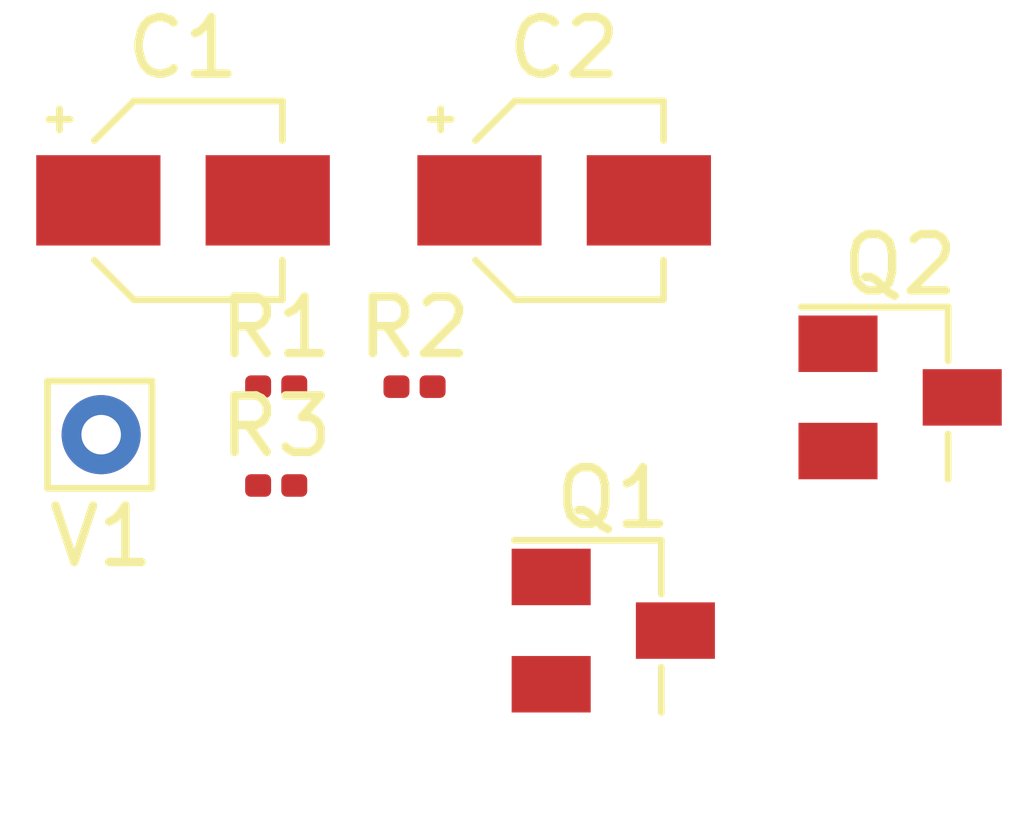
<source format=kicad_pcb>
(kicad_pcb (version 20171130) (host pcbnew "(5.1.10)-1")

  (general
    (thickness 1.6)
    (drawings 0)
    (tracks 0)
    (zones 0)
    (modules 8)
    (nets 8)
  )

  (page A4)
  (layers
    (0 F.Cu signal)
    (31 B.Cu signal)
    (32 B.Adhes user)
    (33 F.Adhes user)
    (34 B.Paste user)
    (35 F.Paste user)
    (36 B.SilkS user)
    (37 F.SilkS user)
    (38 B.Mask user)
    (39 F.Mask user)
    (40 Dwgs.User user)
    (41 Cmts.User user)
    (42 Eco1.User user)
    (43 Eco2.User user)
    (44 Edge.Cuts user)
    (45 Margin user)
    (46 B.CrtYd user)
    (47 F.CrtYd user)
    (48 B.Fab user)
    (49 F.Fab user)
  )

  (setup
    (last_trace_width 0.25)
    (trace_clearance 0.2)
    (zone_clearance 0.508)
    (zone_45_only no)
    (trace_min 0.2)
    (via_size 0.8)
    (via_drill 0.4)
    (via_min_size 0.4)
    (via_min_drill 0.3)
    (uvia_size 0.3)
    (uvia_drill 0.1)
    (uvias_allowed no)
    (uvia_min_size 0.2)
    (uvia_min_drill 0.1)
    (edge_width 0.05)
    (segment_width 0.2)
    (pcb_text_width 0.3)
    (pcb_text_size 1.5 1.5)
    (mod_edge_width 0.12)
    (mod_text_size 1 1)
    (mod_text_width 0.15)
    (pad_size 1.524 1.524)
    (pad_drill 0.762)
    (pad_to_mask_clearance 0)
    (aux_axis_origin 0 0)
    (visible_elements FFFFFF7F)
    (pcbplotparams
      (layerselection 0x010fc_ffffffff)
      (usegerberextensions false)
      (usegerberattributes true)
      (usegerberadvancedattributes true)
      (creategerberjobfile true)
      (excludeedgelayer true)
      (linewidth 0.100000)
      (plotframeref false)
      (viasonmask false)
      (mode 1)
      (useauxorigin false)
      (hpglpennumber 1)
      (hpglpenspeed 20)
      (hpglpendiameter 15.000000)
      (psnegative false)
      (psa4output false)
      (plotreference true)
      (plotvalue true)
      (plotinvisibletext false)
      (padsonsilk false)
      (subtractmaskfromsilk false)
      (outputformat 1)
      (mirror false)
      (drillshape 1)
      (scaleselection 1)
      (outputdirectory ""))
  )

  (net 0 "")
  (net 1 "Net-(C1-Pad2)")
  (net 2 "Net-(C1-Pad1)")
  (net 3 "Net-(C2-Pad2)")
  (net 4 "Net-(C2-Pad1)")
  (net 5 VCC)
  (net 6 VEE)
  (net 7 GND)

  (net_class Default "This is the default net class."
    (clearance 0.2)
    (trace_width 0.25)
    (via_dia 0.8)
    (via_drill 0.4)
    (uvia_dia 0.3)
    (uvia_drill 0.1)
    (add_net GND)
    (add_net "Net-(C1-Pad1)")
    (add_net "Net-(C1-Pad2)")
    (add_net "Net-(C2-Pad1)")
    (add_net "Net-(C2-Pad2)")
    (add_net VCC)
    (add_net VEE)
  )

  (module Package_TO_SOT_SMD:SuperSOT-3 (layer F.Cu) (tedit 5A02FF57) (tstamp 609AB5F4)
    (at 279.4 127.95)
    (descr "3-pin SuperSOT package https://www.fairchildsemi.com/package-drawings/MA/MA03B.pdf")
    (tags "SuperSOT-3 SSOT-3")
    (path /609AAFC8)
    (attr smd)
    (fp_text reference Q2 (at 0 -2.35) (layer F.SilkS)
      (effects (font (size 1 1) (thickness 0.15)))
    )
    (fp_text value QNPN (at 0 2.4) (layer F.Fab)
      (effects (font (size 1 1) (thickness 0.15)))
    )
    (fp_text user %R (at -2.37 0 90) (layer F.Fab)
      (effects (font (size 0.5 0.5) (thickness 0.075)))
    )
    (fp_line (start 0.85 0.65) (end 0.85 1.45) (layer F.SilkS) (width 0.12))
    (fp_line (start -1.75 -1.6) (end 0.85 -1.6) (layer F.SilkS) (width 0.12))
    (fp_line (start 0.85 -1.6) (end 0.85 -0.65) (layer F.SilkS) (width 0.12))
    (fp_line (start 0.7 -1.45) (end 0.7 1.45) (layer F.Fab) (width 0.12))
    (fp_line (start 0.7 1.45) (end -0.7 1.45) (layer F.Fab) (width 0.12))
    (fp_line (start -0.7 1.45) (end -0.7 -0.9) (layer F.Fab) (width 0.12))
    (fp_line (start -0.7 -0.9) (end -0.15 -1.45) (layer F.Fab) (width 0.12))
    (fp_line (start -0.15 -1.45) (end 0.7 -1.45) (layer F.Fab) (width 0.12))
    (fp_line (start -2.05 -1.7) (end 2.05 -1.7) (layer F.CrtYd) (width 0.05))
    (fp_line (start -2.05 -1.7) (end -2.05 1.7) (layer F.CrtYd) (width 0.05))
    (fp_line (start 2.05 1.7) (end 2.05 -1.7) (layer F.CrtYd) (width 0.05))
    (fp_line (start 2.05 1.7) (end -2.05 1.7) (layer F.CrtYd) (width 0.05))
    (pad 3 smd rect (at 1.1 0) (size 1.4 1) (layers F.Cu F.Paste F.Mask)
      (net 3 "Net-(C2-Pad2)"))
    (pad 2 smd rect (at -1.1 0.95) (size 1.4 1) (layers F.Cu F.Paste F.Mask)
      (net 2 "Net-(C1-Pad1)"))
    (pad 1 smd rect (at -1.1 -0.95) (size 1.4 1) (layers F.Cu F.Paste F.Mask)
      (net 5 VCC))
    (model ${KISYS3DMOD}/Package_TO_SOT_SMD.3dshapes/SuperSOT-3.wrl
      (at (xyz 0 0 0))
      (scale (xyz 1 1 1))
      (rotate (xyz 0 0 0))
    )
  )

  (module Package_TO_SOT_SMD:SuperSOT-3 (layer F.Cu) (tedit 5A02FF57) (tstamp 609AB5E0)
    (at 274.32 132.08)
    (descr "3-pin SuperSOT package https://www.fairchildsemi.com/package-drawings/MA/MA03B.pdf")
    (tags "SuperSOT-3 SSOT-3")
    (path /609BA3E9)
    (attr smd)
    (fp_text reference Q1 (at 0 -2.35) (layer F.SilkS)
      (effects (font (size 1 1) (thickness 0.15)))
    )
    (fp_text value QNPN (at 0 2.4) (layer F.Fab)
      (effects (font (size 1 1) (thickness 0.15)))
    )
    (fp_text user %R (at 0 0 90) (layer F.Fab)
      (effects (font (size 0.5 0.5) (thickness 0.075)))
    )
    (fp_line (start 0.85 0.65) (end 0.85 1.45) (layer F.SilkS) (width 0.12))
    (fp_line (start -1.75 -1.6) (end 0.85 -1.6) (layer F.SilkS) (width 0.12))
    (fp_line (start 0.85 -1.6) (end 0.85 -0.65) (layer F.SilkS) (width 0.12))
    (fp_line (start 0.7 -1.45) (end 0.7 1.45) (layer F.Fab) (width 0.12))
    (fp_line (start 0.7 1.45) (end -0.7 1.45) (layer F.Fab) (width 0.12))
    (fp_line (start -0.7 1.45) (end -0.7 -0.9) (layer F.Fab) (width 0.12))
    (fp_line (start -0.7 -0.9) (end -0.15 -1.45) (layer F.Fab) (width 0.12))
    (fp_line (start -0.15 -1.45) (end 0.7 -1.45) (layer F.Fab) (width 0.12))
    (fp_line (start -2.05 -1.7) (end 2.05 -1.7) (layer F.CrtYd) (width 0.05))
    (fp_line (start -2.05 -1.7) (end -2.05 1.7) (layer F.CrtYd) (width 0.05))
    (fp_line (start 2.05 1.7) (end 2.05 -1.7) (layer F.CrtYd) (width 0.05))
    (fp_line (start 2.05 1.7) (end -2.05 1.7) (layer F.CrtYd) (width 0.05))
    (pad 3 smd rect (at 1.1 0) (size 1.4 1) (layers F.Cu F.Paste F.Mask)
      (net 4 "Net-(C2-Pad1)"))
    (pad 2 smd rect (at -1.1 0.95) (size 1.4 1) (layers F.Cu F.Paste F.Mask)
      (net 7 GND))
    (pad 1 smd rect (at -1.1 -0.95) (size 1.4 1) (layers F.Cu F.Paste F.Mask)
      (net 2 "Net-(C1-Pad1)"))
    (model ${KISYS3DMOD}/Package_TO_SOT_SMD.3dshapes/SuperSOT-3.wrl
      (at (xyz 0 0 0))
      (scale (xyz 1 1 1))
      (rotate (xyz 0 0 0))
    )
  )

  (module Connector_Pin:Pin_D0.7mm_L6.5mm_W1.8mm_FlatFork (layer F.Cu) (tedit 5A1DC084) (tstamp 609AAE1E)
    (at 265.25 128.61)
    (descr "solder Pin_ with flat fork, hole diameter 0.7mm, length 6.5mm, width 1.8mm")
    (tags "solder Pin_ with flat fork")
    (path /6099EA4C)
    (fp_text reference V1 (at 0 1.8) (layer F.SilkS)
      (effects (font (size 1 1) (thickness 0.15)))
    )
    (fp_text value VSIN (at 0 -1.8) (layer F.Fab)
      (effects (font (size 1 1) (thickness 0.15)))
    )
    (fp_text user %R (at 0 1.8) (layer F.Fab)
      (effects (font (size 1 1) (thickness 0.15)))
    )
    (fp_line (start -0.95 -0.95) (end -0.95 0.95) (layer F.SilkS) (width 0.12))
    (fp_line (start -0.95 0.95) (end 0.9 0.95) (layer F.SilkS) (width 0.12))
    (fp_line (start 0.9 0.95) (end 0.9 -0.9) (layer F.SilkS) (width 0.12))
    (fp_line (start 0.9 -0.9) (end 0.9 -0.95) (layer F.SilkS) (width 0.12))
    (fp_line (start 0.9 -0.95) (end -0.95 -0.95) (layer F.SilkS) (width 0.12))
    (fp_line (start -0.9 -0.25) (end 0.85 -0.25) (layer F.Fab) (width 0.12))
    (fp_line (start 0.85 -0.25) (end 0.85 0.25) (layer F.Fab) (width 0.12))
    (fp_line (start 0.85 0.25) (end -0.9 0.25) (layer F.Fab) (width 0.12))
    (fp_line (start -0.9 0.25) (end -0.9 -0.25) (layer F.Fab) (width 0.12))
    (fp_line (start -1.4 -1.2) (end 1.35 -1.2) (layer F.CrtYd) (width 0.05))
    (fp_line (start -1.4 -1.2) (end -1.4 1.2) (layer F.CrtYd) (width 0.05))
    (fp_line (start 1.35 1.2) (end 1.35 -1.2) (layer F.CrtYd) (width 0.05))
    (fp_line (start 1.35 1.2) (end -1.4 1.2) (layer F.CrtYd) (width 0.05))
    (pad 1 thru_hole circle (at 0 0) (size 1.4 1.4) (drill 0.7) (layers *.Cu *.Mask)
      (net 1 "Net-(C1-Pad2)"))
    (model ${KISYS3DMOD}/Connector_Pin.3dshapes/Pin_D0.7mm_L6.5mm_W1.8mm_FlatFork.wrl
      (at (xyz 0 0 0))
      (scale (xyz 1 1 1))
      (rotate (xyz 0 0 0))
    )
  )

  (module Resistor_SMD:R_0201_0603Metric (layer F.Cu) (tedit 5F68FEEE) (tstamp 609AAE0B)
    (at 268.35 129.51)
    (descr "Resistor SMD 0201 (0603 Metric), square (rectangular) end terminal, IPC_7351 nominal, (Body size source: https://www.vishay.com/docs/20052/crcw0201e3.pdf), generated with kicad-footprint-generator")
    (tags resistor)
    (path /609A6AD4)
    (attr smd)
    (fp_text reference R3 (at 0 -1.05) (layer F.SilkS)
      (effects (font (size 1 1) (thickness 0.15)))
    )
    (fp_text value 1.2k (at 0 1.05) (layer F.Fab)
      (effects (font (size 1 1) (thickness 0.15)))
    )
    (fp_text user %R (at 0 -0.68) (layer F.Fab)
      (effects (font (size 0.25 0.25) (thickness 0.04)))
    )
    (fp_line (start -0.3 0.15) (end -0.3 -0.15) (layer F.Fab) (width 0.1))
    (fp_line (start -0.3 -0.15) (end 0.3 -0.15) (layer F.Fab) (width 0.1))
    (fp_line (start 0.3 -0.15) (end 0.3 0.15) (layer F.Fab) (width 0.1))
    (fp_line (start 0.3 0.15) (end -0.3 0.15) (layer F.Fab) (width 0.1))
    (fp_line (start -0.7 0.35) (end -0.7 -0.35) (layer F.CrtYd) (width 0.05))
    (fp_line (start -0.7 -0.35) (end 0.7 -0.35) (layer F.CrtYd) (width 0.05))
    (fp_line (start 0.7 -0.35) (end 0.7 0.35) (layer F.CrtYd) (width 0.05))
    (fp_line (start 0.7 0.35) (end -0.7 0.35) (layer F.CrtYd) (width 0.05))
    (pad 2 smd roundrect (at 0.32 0) (size 0.46 0.4) (layers F.Cu F.Mask) (roundrect_rratio 0.25)
      (net 6 VEE))
    (pad 1 smd roundrect (at -0.32 0) (size 0.46 0.4) (layers F.Cu F.Mask) (roundrect_rratio 0.25)
      (net 3 "Net-(C2-Pad2)"))
    (pad "" smd roundrect (at 0.345 0) (size 0.318 0.36) (layers F.Paste) (roundrect_rratio 0.25))
    (pad "" smd roundrect (at -0.345 0) (size 0.318 0.36) (layers F.Paste) (roundrect_rratio 0.25))
    (model ${KISYS3DMOD}/Resistor_SMD.3dshapes/R_0201_0603Metric.wrl
      (at (xyz 0 0 0))
      (scale (xyz 1 1 1))
      (rotate (xyz 0 0 0))
    )
  )

  (module Resistor_SMD:R_0201_0603Metric (layer F.Cu) (tedit 5F68FEEE) (tstamp 609AADFA)
    (at 270.8 127.76)
    (descr "Resistor SMD 0201 (0603 Metric), square (rectangular) end terminal, IPC_7351 nominal, (Body size source: https://www.vishay.com/docs/20052/crcw0201e3.pdf), generated with kicad-footprint-generator")
    (tags resistor)
    (path /609A6516)
    (attr smd)
    (fp_text reference R2 (at 0 -1.05) (layer F.SilkS)
      (effects (font (size 1 1) (thickness 0.15)))
    )
    (fp_text value 1k (at 0 1.05) (layer F.Fab)
      (effects (font (size 1 1) (thickness 0.15)))
    )
    (fp_text user %R (at 0 -0.68) (layer F.Fab)
      (effects (font (size 0.25 0.25) (thickness 0.04)))
    )
    (fp_line (start -0.3 0.15) (end -0.3 -0.15) (layer F.Fab) (width 0.1))
    (fp_line (start -0.3 -0.15) (end 0.3 -0.15) (layer F.Fab) (width 0.1))
    (fp_line (start 0.3 -0.15) (end 0.3 0.15) (layer F.Fab) (width 0.1))
    (fp_line (start 0.3 0.15) (end -0.3 0.15) (layer F.Fab) (width 0.1))
    (fp_line (start -0.7 0.35) (end -0.7 -0.35) (layer F.CrtYd) (width 0.05))
    (fp_line (start -0.7 -0.35) (end 0.7 -0.35) (layer F.CrtYd) (width 0.05))
    (fp_line (start 0.7 -0.35) (end 0.7 0.35) (layer F.CrtYd) (width 0.05))
    (fp_line (start 0.7 0.35) (end -0.7 0.35) (layer F.CrtYd) (width 0.05))
    (pad 2 smd roundrect (at 0.32 0) (size 0.46 0.4) (layers F.Cu F.Mask) (roundrect_rratio 0.25)
      (net 6 VEE))
    (pad 1 smd roundrect (at -0.32 0) (size 0.46 0.4) (layers F.Cu F.Mask) (roundrect_rratio 0.25)
      (net 4 "Net-(C2-Pad1)"))
    (pad "" smd roundrect (at 0.345 0) (size 0.318 0.36) (layers F.Paste) (roundrect_rratio 0.25))
    (pad "" smd roundrect (at -0.345 0) (size 0.318 0.36) (layers F.Paste) (roundrect_rratio 0.25))
    (model ${KISYS3DMOD}/Resistor_SMD.3dshapes/R_0201_0603Metric.wrl
      (at (xyz 0 0 0))
      (scale (xyz 1 1 1))
      (rotate (xyz 0 0 0))
    )
  )

  (module Resistor_SMD:R_0201_0603Metric (layer F.Cu) (tedit 5F68FEEE) (tstamp 609AADE9)
    (at 268.35 127.76)
    (descr "Resistor SMD 0201 (0603 Metric), square (rectangular) end terminal, IPC_7351 nominal, (Body size source: https://www.vishay.com/docs/20052/crcw0201e3.pdf), generated with kicad-footprint-generator")
    (tags resistor)
    (path /6099DC71)
    (attr smd)
    (fp_text reference R1 (at 0 -1.05) (layer F.SilkS)
      (effects (font (size 1 1) (thickness 0.15)))
    )
    (fp_text value 500 (at 0 1.05) (layer F.Fab)
      (effects (font (size 1 1) (thickness 0.15)))
    )
    (fp_text user %R (at 0 -0.68) (layer F.Fab)
      (effects (font (size 0.25 0.25) (thickness 0.04)))
    )
    (fp_line (start -0.3 0.15) (end -0.3 -0.15) (layer F.Fab) (width 0.1))
    (fp_line (start -0.3 -0.15) (end 0.3 -0.15) (layer F.Fab) (width 0.1))
    (fp_line (start 0.3 -0.15) (end 0.3 0.15) (layer F.Fab) (width 0.1))
    (fp_line (start 0.3 0.15) (end -0.3 0.15) (layer F.Fab) (width 0.1))
    (fp_line (start -0.7 0.35) (end -0.7 -0.35) (layer F.CrtYd) (width 0.05))
    (fp_line (start -0.7 -0.35) (end 0.7 -0.35) (layer F.CrtYd) (width 0.05))
    (fp_line (start 0.7 -0.35) (end 0.7 0.35) (layer F.CrtYd) (width 0.05))
    (fp_line (start 0.7 0.35) (end -0.7 0.35) (layer F.CrtYd) (width 0.05))
    (pad 2 smd roundrect (at 0.32 0) (size 0.46 0.4) (layers F.Cu F.Mask) (roundrect_rratio 0.25)
      (net 2 "Net-(C1-Pad1)"))
    (pad 1 smd roundrect (at -0.32 0) (size 0.46 0.4) (layers F.Cu F.Mask) (roundrect_rratio 0.25)
      (net 5 VCC))
    (pad "" smd roundrect (at 0.345 0) (size 0.318 0.36) (layers F.Paste) (roundrect_rratio 0.25))
    (pad "" smd roundrect (at -0.345 0) (size 0.318 0.36) (layers F.Paste) (roundrect_rratio 0.25))
    (model ${KISYS3DMOD}/Resistor_SMD.3dshapes/R_0201_0603Metric.wrl
      (at (xyz 0 0 0))
      (scale (xyz 1 1 1))
      (rotate (xyz 0 0 0))
    )
  )

  (module Capacitor_SMD:CP_Elec_3x5.3 (layer F.Cu) (tedit 5B303299) (tstamp 609AADD8)
    (at 273.45 124.46)
    (descr "SMT capacitor, aluminium electrolytic, 3x5.3, Cornell Dubilier Electronics ")
    (tags "Capacitor Electrolytic")
    (path /609BBFC2)
    (attr smd)
    (fp_text reference C2 (at 0 -2.7) (layer F.SilkS)
      (effects (font (size 1 1) (thickness 0.15)))
    )
    (fp_text value 3nF (at 0 2.7) (layer F.Fab)
      (effects (font (size 1 1) (thickness 0.15)))
    )
    (fp_text user %R (at 0 0) (layer F.Fab)
      (effects (font (size 0.6 0.6) (thickness 0.09)))
    )
    (fp_circle (center 0 0) (end 1.5 0) (layer F.Fab) (width 0.1))
    (fp_line (start 1.65 -1.65) (end 1.65 1.65) (layer F.Fab) (width 0.1))
    (fp_line (start -0.825 -1.65) (end 1.65 -1.65) (layer F.Fab) (width 0.1))
    (fp_line (start -0.825 1.65) (end 1.65 1.65) (layer F.Fab) (width 0.1))
    (fp_line (start -1.65 -0.825) (end -1.65 0.825) (layer F.Fab) (width 0.1))
    (fp_line (start -1.65 -0.825) (end -0.825 -1.65) (layer F.Fab) (width 0.1))
    (fp_line (start -1.65 0.825) (end -0.825 1.65) (layer F.Fab) (width 0.1))
    (fp_line (start -1.110469 -0.8) (end -0.810469 -0.8) (layer F.Fab) (width 0.1))
    (fp_line (start -0.960469 -0.95) (end -0.960469 -0.65) (layer F.Fab) (width 0.1))
    (fp_line (start 1.76 1.76) (end 1.76 1.06) (layer F.SilkS) (width 0.12))
    (fp_line (start 1.76 -1.76) (end 1.76 -1.06) (layer F.SilkS) (width 0.12))
    (fp_line (start -0.870563 -1.76) (end 1.76 -1.76) (layer F.SilkS) (width 0.12))
    (fp_line (start -0.870563 1.76) (end 1.76 1.76) (layer F.SilkS) (width 0.12))
    (fp_line (start -1.570563 -1.06) (end -0.870563 -1.76) (layer F.SilkS) (width 0.12))
    (fp_line (start -1.570563 1.06) (end -0.870563 1.76) (layer F.SilkS) (width 0.12))
    (fp_line (start -2.375 -1.435) (end -2 -1.435) (layer F.SilkS) (width 0.12))
    (fp_line (start -2.1875 -1.6225) (end -2.1875 -1.2475) (layer F.SilkS) (width 0.12))
    (fp_line (start 1.9 -1.9) (end 1.9 -1.05) (layer F.CrtYd) (width 0.05))
    (fp_line (start 1.9 -1.05) (end 2.85 -1.05) (layer F.CrtYd) (width 0.05))
    (fp_line (start 2.85 -1.05) (end 2.85 1.05) (layer F.CrtYd) (width 0.05))
    (fp_line (start 2.85 1.05) (end 1.9 1.05) (layer F.CrtYd) (width 0.05))
    (fp_line (start 1.9 1.05) (end 1.9 1.9) (layer F.CrtYd) (width 0.05))
    (fp_line (start -0.93 1.9) (end 1.9 1.9) (layer F.CrtYd) (width 0.05))
    (fp_line (start -0.93 -1.9) (end 1.9 -1.9) (layer F.CrtYd) (width 0.05))
    (fp_line (start -1.78 1.05) (end -0.93 1.9) (layer F.CrtYd) (width 0.05))
    (fp_line (start -1.78 -1.05) (end -0.93 -1.9) (layer F.CrtYd) (width 0.05))
    (fp_line (start -1.78 -1.05) (end -2.85 -1.05) (layer F.CrtYd) (width 0.05))
    (fp_line (start -2.85 -1.05) (end -2.85 1.05) (layer F.CrtYd) (width 0.05))
    (fp_line (start -2.85 1.05) (end -1.78 1.05) (layer F.CrtYd) (width 0.05))
    (pad 2 smd rect (at 1.5 0) (size 2.2 1.6) (layers F.Cu F.Paste F.Mask)
      (net 3 "Net-(C2-Pad2)"))
    (pad 1 smd rect (at -1.5 0) (size 2.2 1.6) (layers F.Cu F.Paste F.Mask)
      (net 4 "Net-(C2-Pad1)"))
    (model ${KISYS3DMOD}/Capacitor_SMD.3dshapes/CP_Elec_3x5.3.wrl
      (at (xyz 0 0 0))
      (scale (xyz 1 1 1))
      (rotate (xyz 0 0 0))
    )
  )

  (module Capacitor_SMD:CP_Elec_3x5.3 (layer F.Cu) (tedit 5B303299) (tstamp 609AADB4)
    (at 266.7 124.46)
    (descr "SMT capacitor, aluminium electrolytic, 3x5.3, Cornell Dubilier Electronics ")
    (tags "Capacitor Electrolytic")
    (path /609CAE0A)
    (attr smd)
    (fp_text reference C1 (at 0 -2.7) (layer F.SilkS)
      (effects (font (size 1 1) (thickness 0.15)))
    )
    (fp_text value 1nF (at 0 2.7) (layer F.Fab)
      (effects (font (size 1 1) (thickness 0.15)))
    )
    (fp_text user %R (at 0 0) (layer F.Fab)
      (effects (font (size 0.6 0.6) (thickness 0.09)))
    )
    (fp_circle (center 0 0) (end 1.5 0) (layer F.Fab) (width 0.1))
    (fp_line (start 1.65 -1.65) (end 1.65 1.65) (layer F.Fab) (width 0.1))
    (fp_line (start -0.825 -1.65) (end 1.65 -1.65) (layer F.Fab) (width 0.1))
    (fp_line (start -0.825 1.65) (end 1.65 1.65) (layer F.Fab) (width 0.1))
    (fp_line (start -1.65 -0.825) (end -1.65 0.825) (layer F.Fab) (width 0.1))
    (fp_line (start -1.65 -0.825) (end -0.825 -1.65) (layer F.Fab) (width 0.1))
    (fp_line (start -1.65 0.825) (end -0.825 1.65) (layer F.Fab) (width 0.1))
    (fp_line (start -1.110469 -0.8) (end -0.810469 -0.8) (layer F.Fab) (width 0.1))
    (fp_line (start -0.960469 -0.95) (end -0.960469 -0.65) (layer F.Fab) (width 0.1))
    (fp_line (start 1.76 1.76) (end 1.76 1.06) (layer F.SilkS) (width 0.12))
    (fp_line (start 1.76 -1.76) (end 1.76 -1.06) (layer F.SilkS) (width 0.12))
    (fp_line (start -0.870563 -1.76) (end 1.76 -1.76) (layer F.SilkS) (width 0.12))
    (fp_line (start -0.870563 1.76) (end 1.76 1.76) (layer F.SilkS) (width 0.12))
    (fp_line (start -1.570563 -1.06) (end -0.870563 -1.76) (layer F.SilkS) (width 0.12))
    (fp_line (start -1.570563 1.06) (end -0.870563 1.76) (layer F.SilkS) (width 0.12))
    (fp_line (start -2.375 -1.435) (end -2 -1.435) (layer F.SilkS) (width 0.12))
    (fp_line (start -2.1875 -1.6225) (end -2.1875 -1.2475) (layer F.SilkS) (width 0.12))
    (fp_line (start 1.9 -1.9) (end 1.9 -1.05) (layer F.CrtYd) (width 0.05))
    (fp_line (start 1.9 -1.05) (end 2.85 -1.05) (layer F.CrtYd) (width 0.05))
    (fp_line (start 2.85 -1.05) (end 2.85 1.05) (layer F.CrtYd) (width 0.05))
    (fp_line (start 2.85 1.05) (end 1.9 1.05) (layer F.CrtYd) (width 0.05))
    (fp_line (start 1.9 1.05) (end 1.9 1.9) (layer F.CrtYd) (width 0.05))
    (fp_line (start -0.93 1.9) (end 1.9 1.9) (layer F.CrtYd) (width 0.05))
    (fp_line (start -0.93 -1.9) (end 1.9 -1.9) (layer F.CrtYd) (width 0.05))
    (fp_line (start -1.78 1.05) (end -0.93 1.9) (layer F.CrtYd) (width 0.05))
    (fp_line (start -1.78 -1.05) (end -0.93 -1.9) (layer F.CrtYd) (width 0.05))
    (fp_line (start -1.78 -1.05) (end -2.85 -1.05) (layer F.CrtYd) (width 0.05))
    (fp_line (start -2.85 -1.05) (end -2.85 1.05) (layer F.CrtYd) (width 0.05))
    (fp_line (start -2.85 1.05) (end -1.78 1.05) (layer F.CrtYd) (width 0.05))
    (pad 2 smd rect (at 1.5 0) (size 2.2 1.6) (layers F.Cu F.Paste F.Mask)
      (net 1 "Net-(C1-Pad2)"))
    (pad 1 smd rect (at -1.5 0) (size 2.2 1.6) (layers F.Cu F.Paste F.Mask)
      (net 2 "Net-(C1-Pad1)"))
    (model ${KISYS3DMOD}/Capacitor_SMD.3dshapes/CP_Elec_3x5.3.wrl
      (at (xyz 0 0 0))
      (scale (xyz 1 1 1))
      (rotate (xyz 0 0 0))
    )
  )

)

</source>
